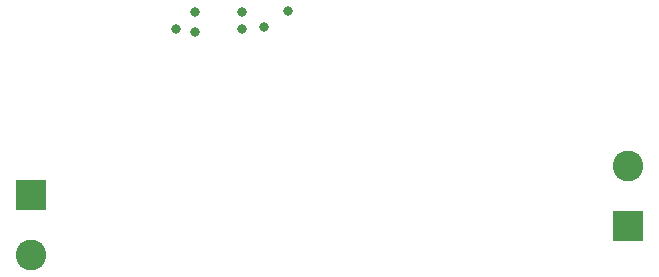
<source format=gbr>
%TF.GenerationSoftware,KiCad,Pcbnew,7.0.10*%
%TF.CreationDate,2024-02-13T13:45:35+01:00*%
%TF.ProjectId,turningLoopMosfet-overcurrent,7475726e-696e-4674-9c6f-6f704d6f7366,rev?*%
%TF.SameCoordinates,Original*%
%TF.FileFunction,Copper,L2,Bot*%
%TF.FilePolarity,Positive*%
%FSLAX46Y46*%
G04 Gerber Fmt 4.6, Leading zero omitted, Abs format (unit mm)*
G04 Created by KiCad (PCBNEW 7.0.10) date 2024-02-13 13:45:35*
%MOMM*%
%LPD*%
G01*
G04 APERTURE LIST*
%TA.AperFunction,ComponentPad*%
%ADD10R,2.600000X2.600000*%
%TD*%
%TA.AperFunction,ComponentPad*%
%ADD11C,2.600000*%
%TD*%
%TA.AperFunction,ViaPad*%
%ADD12C,0.800000*%
%TD*%
G04 APERTURE END LIST*
D10*
%TO.P,J2,1,Pin_1*%
%TO.N,/DCC_OUT_A*%
X215773000Y-82045000D03*
D11*
%TO.P,J2,2,Pin_2*%
%TO.N,/DCC_OUT_B*%
X215773000Y-76965000D03*
%TD*%
%TO.P,J1,2,Pin_2*%
%TO.N,/DCC_IN_B*%
X165195000Y-84535000D03*
D10*
%TO.P,J1,1,Pin_1*%
%TO.N,/DCC_IN_A*%
X165195000Y-79455000D03*
%TD*%
D12*
%TO.N,GND*%
X186973000Y-63873000D03*
X183036000Y-64000000D03*
X177448000Y-65397000D03*
X179099000Y-65651000D03*
X179099000Y-64000000D03*
X183036000Y-65397000D03*
X184941000Y-65270000D03*
%TD*%
M02*

</source>
